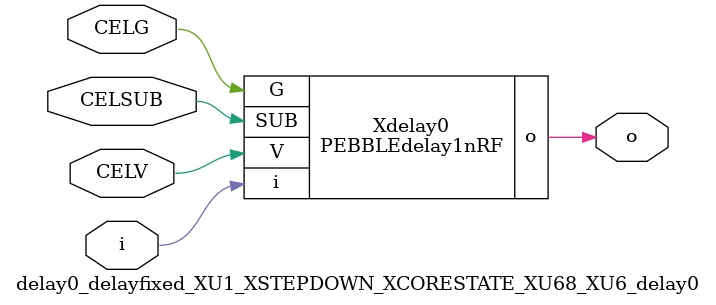
<source format=v>



module PEBBLEdelay1nRF ( o, V, G, i, SUB );

  input V;
  input i;
  input G;
  output o;
  input SUB;
endmodule

//Celera Confidential Do Not Copy delay0_delayfixed_XU1_XSTEPDOWN_XCORESTATE_XU68_XU6_delay0
//TYPE: fixed 1ns
module delay0_delayfixed_XU1_XSTEPDOWN_XCORESTATE_XU68_XU6_delay0 (i, CELV, o,
CELG,CELSUB);
input CELV;
input i;
output o;
input CELSUB;
input CELG;

//Celera Confidential Do Not Copy delayfast0
PEBBLEdelay1nRF Xdelay0(
.V (CELV),
.i (i),
.o (o),
.G (CELG),
.SUB (CELSUB)
);
//,diesize,PEBBLEdelay1nRF

//Celera Confidential Do Not Copy Module End
//Celera Schematic Generator
endmodule

</source>
